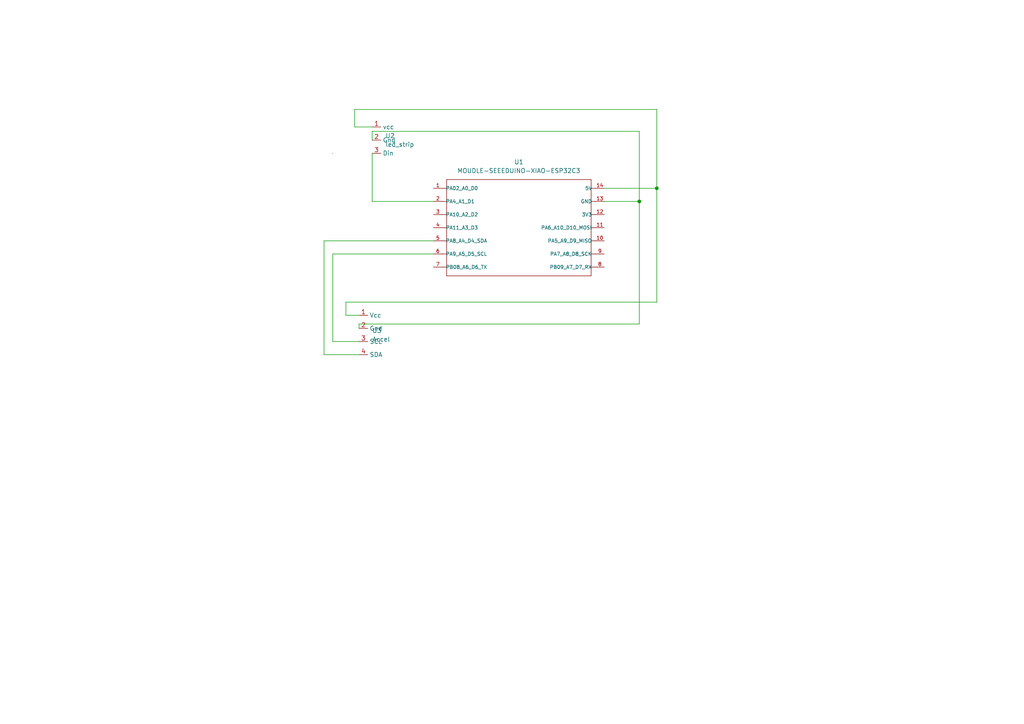
<source format=kicad_sch>
(kicad_sch (version 20211123) (generator eeschema)

  (uuid 1f799e29-c00b-4e2b-83aa-5eafd61f6ddc)

  (paper "A4")

  (lib_symbols
    (symbol "seeed esp32:Accel" (in_bom yes) (on_board yes)
      (property "Reference" "U3" (id 0) (at 10.16 4.4451 0)
        (effects (font (size 1.27 1.27)) (justify left))
      )
      (property "Value" "Accel" (id 1) (at 10.16 1.9051 0)
        (effects (font (size 1.27 1.27)) (justify left))
      )
      (property "Footprint" "Connector_JST:JST_EH_B4B-EH-A_1x04_P2.50mm_Vertical" (id 2) (at 0 0 0)
        (effects (font (size 1.27 1.27)) hide)
      )
      (property "Datasheet" "" (id 3) (at 0 0 0)
        (effects (font (size 1.27 1.27)) hide)
      )
      (symbol "Accel_1_1"
        (pin input line (at 6.35 8.89 0) (length 2.54)
          (name "Vcc" (effects (font (size 1.27 1.27))))
          (number "1" (effects (font (size 1.27 1.27))))
        )
        (pin input line (at 6.35 5.08 0) (length 2.54)
          (name "Gnd" (effects (font (size 1.27 1.27))))
          (number "2" (effects (font (size 1.27 1.27))))
        )
        (pin input line (at 6.35 1.27 0) (length 2.54)
          (name "SCL" (effects (font (size 1.27 1.27))))
          (number "3" (effects (font (size 1.27 1.27))))
        )
        (pin input line (at 6.35 -2.54 0) (length 2.54)
          (name "SDA" (effects (font (size 1.27 1.27))))
          (number "4" (effects (font (size 1.27 1.27))))
        )
      )
    )
    (symbol "seeed esp32:MOUDLE-SEEEDUINO-XIAO-ESP32C3" (pin_names (offset 1.016)) (in_bom yes) (on_board yes)
      (property "Reference" "U" (id 0) (at -21.59 15.24 0)
        (effects (font (size 1.27 1.27)) (justify left bottom))
      )
      (property "Value" "MOUDLE-SEEEDUINO-XIAO-ESP32C3" (id 1) (at -21.59 13.97 0)
        (effects (font (size 1.27 1.27)) (justify left bottom))
      )
      (property "Footprint" "MOUDLE14P-SMD-2.54-21X17.8MM" (id 2) (at 0 0 0)
        (effects (font (size 1.27 1.27)) (justify bottom) hide)
      )
      (property "Datasheet" "" (id 3) (at 0 0 0)
        (effects (font (size 1.27 1.27)) hide)
      )
      (symbol "MOUDLE-SEEEDUINO-XIAO-ESP32C3_0_0"
        (polyline
          (pts
            (xy -21.59 -13.97)
            (xy -21.59 0)
          )
          (stroke (width 0.1524) (type default) (color 0 0 0 0))
          (fill (type none))
        )
        (polyline
          (pts
            (xy -21.59 -11.43)
            (xy -22.86 -11.43)
          )
          (stroke (width 0.1524) (type default) (color 0 0 0 0))
          (fill (type none))
        )
        (polyline
          (pts
            (xy -21.59 -7.62)
            (xy -22.86 -7.62)
          )
          (stroke (width 0.1524) (type default) (color 0 0 0 0))
          (fill (type none))
        )
        (polyline
          (pts
            (xy -21.59 -3.81)
            (xy -22.86 -3.81)
          )
          (stroke (width 0.1524) (type default) (color 0 0 0 0))
          (fill (type none))
        )
        (polyline
          (pts
            (xy -21.59 0)
            (xy -22.86 0)
          )
          (stroke (width 0.1524) (type default) (color 0 0 0 0))
          (fill (type none))
        )
        (polyline
          (pts
            (xy -21.59 0)
            (xy -21.59 3.81)
          )
          (stroke (width 0.1524) (type default) (color 0 0 0 0))
          (fill (type none))
        )
        (polyline
          (pts
            (xy -21.59 3.81)
            (xy -22.86 3.81)
          )
          (stroke (width 0.1524) (type default) (color 0 0 0 0))
          (fill (type none))
        )
        (polyline
          (pts
            (xy -21.59 3.81)
            (xy -21.59 7.62)
          )
          (stroke (width 0.1524) (type default) (color 0 0 0 0))
          (fill (type none))
        )
        (polyline
          (pts
            (xy -21.59 7.62)
            (xy -22.86 7.62)
          )
          (stroke (width 0.1524) (type default) (color 0 0 0 0))
          (fill (type none))
        )
        (polyline
          (pts
            (xy -21.59 7.62)
            (xy -21.59 11.43)
          )
          (stroke (width 0.1524) (type default) (color 0 0 0 0))
          (fill (type none))
        )
        (polyline
          (pts
            (xy -21.59 11.43)
            (xy -22.86 11.43)
          )
          (stroke (width 0.1524) (type default) (color 0 0 0 0))
          (fill (type none))
        )
        (polyline
          (pts
            (xy -21.59 11.43)
            (xy -21.59 13.97)
          )
          (stroke (width 0.1524) (type default) (color 0 0 0 0))
          (fill (type none))
        )
        (polyline
          (pts
            (xy -21.59 13.97)
            (xy 20.32 13.97)
          )
          (stroke (width 0.1524) (type default) (color 0 0 0 0))
          (fill (type none))
        )
        (polyline
          (pts
            (xy 20.32 -13.97)
            (xy -21.59 -13.97)
          )
          (stroke (width 0.1524) (type default) (color 0 0 0 0))
          (fill (type none))
        )
        (polyline
          (pts
            (xy 20.32 3.81)
            (xy 20.32 -13.97)
          )
          (stroke (width 0.1524) (type default) (color 0 0 0 0))
          (fill (type none))
        )
        (polyline
          (pts
            (xy 20.32 7.62)
            (xy 20.32 3.81)
          )
          (stroke (width 0.1524) (type default) (color 0 0 0 0))
          (fill (type none))
        )
        (polyline
          (pts
            (xy 20.32 11.43)
            (xy 20.32 7.62)
          )
          (stroke (width 0.1524) (type default) (color 0 0 0 0))
          (fill (type none))
        )
        (polyline
          (pts
            (xy 20.32 13.97)
            (xy 20.32 11.43)
          )
          (stroke (width 0.1524) (type default) (color 0 0 0 0))
          (fill (type none))
        )
        (polyline
          (pts
            (xy 21.59 -11.43)
            (xy 20.32 -11.43)
          )
          (stroke (width 0.1524) (type default) (color 0 0 0 0))
          (fill (type none))
        )
        (polyline
          (pts
            (xy 21.59 -7.62)
            (xy 20.32 -7.62)
          )
          (stroke (width 0.1524) (type default) (color 0 0 0 0))
          (fill (type none))
        )
        (polyline
          (pts
            (xy 21.59 -3.81)
            (xy 20.32 -3.81)
          )
          (stroke (width 0.1524) (type default) (color 0 0 0 0))
          (fill (type none))
        )
        (polyline
          (pts
            (xy 21.59 0)
            (xy 20.32 0)
          )
          (stroke (width 0.1524) (type default) (color 0 0 0 0))
          (fill (type none))
        )
        (polyline
          (pts
            (xy 21.59 3.81)
            (xy 20.32 3.81)
          )
          (stroke (width 0.1524) (type default) (color 0 0 0 0))
          (fill (type none))
        )
        (polyline
          (pts
            (xy 21.59 7.62)
            (xy 20.32 7.62)
          )
          (stroke (width 0.1524) (type default) (color 0 0 0 0))
          (fill (type none))
        )
        (polyline
          (pts
            (xy 21.59 11.43)
            (xy 20.32 11.43)
          )
          (stroke (width 0.1524) (type default) (color 0 0 0 0))
          (fill (type none))
        )
        (pin bidirectional line (at -25.4 11.43 0) (length 2.54)
          (name "PA02_A0_D0" (effects (font (size 1.016 1.016))))
          (number "1" (effects (font (size 1.016 1.016))))
        )
        (pin bidirectional line (at 24.13 -3.81 180) (length 2.54)
          (name "PA5_A9_D9_MISO" (effects (font (size 1.016 1.016))))
          (number "10" (effects (font (size 1.016 1.016))))
        )
        (pin bidirectional line (at 24.13 0 180) (length 2.54)
          (name "PA6_A10_D10_MOSI" (effects (font (size 1.016 1.016))))
          (number "11" (effects (font (size 1.016 1.016))))
        )
        (pin bidirectional line (at 24.13 3.81 180) (length 2.54)
          (name "3V3" (effects (font (size 1.016 1.016))))
          (number "12" (effects (font (size 1.016 1.016))))
        )
        (pin bidirectional line (at 24.13 7.62 180) (length 2.54)
          (name "GND" (effects (font (size 1.016 1.016))))
          (number "13" (effects (font (size 1.016 1.016))))
        )
        (pin bidirectional line (at 24.13 11.43 180) (length 2.54)
          (name "5V" (effects (font (size 1.016 1.016))))
          (number "14" (effects (font (size 1.016 1.016))))
        )
        (pin bidirectional line (at -25.4 7.62 0) (length 2.54)
          (name "PA4_A1_D1" (effects (font (size 1.016 1.016))))
          (number "2" (effects (font (size 1.016 1.016))))
        )
        (pin bidirectional line (at -25.4 3.81 0) (length 2.54)
          (name "PA10_A2_D2" (effects (font (size 1.016 1.016))))
          (number "3" (effects (font (size 1.016 1.016))))
        )
        (pin bidirectional line (at -25.4 0 0) (length 2.54)
          (name "PA11_A3_D3" (effects (font (size 1.016 1.016))))
          (number "4" (effects (font (size 1.016 1.016))))
        )
        (pin bidirectional line (at -25.4 -3.81 0) (length 2.54)
          (name "PA8_A4_D4_SDA" (effects (font (size 1.016 1.016))))
          (number "5" (effects (font (size 1.016 1.016))))
        )
        (pin bidirectional line (at -25.4 -7.62 0) (length 2.54)
          (name "PA9_A5_D5_SCL" (effects (font (size 1.016 1.016))))
          (number "6" (effects (font (size 1.016 1.016))))
        )
        (pin bidirectional line (at -25.4 -11.43 0) (length 2.54)
          (name "PB08_A6_D6_TX" (effects (font (size 1.016 1.016))))
          (number "7" (effects (font (size 1.016 1.016))))
        )
        (pin bidirectional line (at 24.13 -11.43 180) (length 2.54)
          (name "PB09_A7_D7_RX" (effects (font (size 1.016 1.016))))
          (number "8" (effects (font (size 1.016 1.016))))
        )
        (pin bidirectional line (at 24.13 -7.62 180) (length 2.54)
          (name "PA7_A8_D8_SCK" (effects (font (size 1.016 1.016))))
          (number "9" (effects (font (size 1.016 1.016))))
        )
      )
    )
    (symbol "seeed esp32:led_strip" (in_bom yes) (on_board yes)
      (property "Reference" "U2" (id 0) (at 13.97 3.8101 0)
        (effects (font (size 1.27 1.27)) (justify left))
      )
      (property "Value" "led_strip" (id 1) (at 13.97 1.2701 0)
        (effects (font (size 1.27 1.27)) (justify left))
      )
      (property "Footprint" "Connector_JST:JST_EH_B3B-EH-A_1x03_P2.50mm_Vertical" (id 2) (at 0 0 0)
        (effects (font (size 1.27 1.27)) hide)
      )
      (property "Datasheet" "" (id 3) (at 0 0 0)
        (effects (font (size 1.27 1.27)) hide)
      )
      (symbol "led_strip_0_1"
        (rectangle (start -1.27 -1.27) (end -1.27 -1.27)
          (stroke (width 0) (type default) (color 0 0 0 0))
          (fill (type none))
        )
        (rectangle (start -1.27 -1.27) (end -1.27 -1.27)
          (stroke (width 0) (type default) (color 0 0 0 0))
          (fill (type none))
        )
        (rectangle (start -1.27 -1.27) (end -1.27 -1.27)
          (stroke (width 0) (type default) (color 0 0 0 0))
          (fill (type none))
        )
      )
      (symbol "led_strip_1_1"
        (pin input line (at 10.16 6.35 0) (length 2.54)
          (name "vcc" (effects (font (size 1.27 1.27))))
          (number "1" (effects (font (size 1.27 1.27))))
        )
        (pin input line (at 10.16 2.54 0) (length 2.54)
          (name "Gnd" (effects (font (size 1.27 1.27))))
          (number "2" (effects (font (size 1.27 1.27))))
        )
        (pin input line (at 10.16 -1.27 0) (length 2.54)
          (name "Din" (effects (font (size 1.27 1.27))))
          (number "3" (effects (font (size 1.27 1.27))))
        )
      )
    )
  )

  (junction (at 190.5 54.61) (diameter 0) (color 0 0 0 0)
    (uuid 0be93251-2c1f-449a-8768-152312ff4981)
  )
  (junction (at 185.42 58.42) (diameter 0) (color 0 0 0 0)
    (uuid 996ab40a-3938-489d-9f69-945208032828)
  )

  (wire (pts (xy 190.5 54.61) (xy 175.26 54.61))
    (stroke (width 0) (type default) (color 0 0 0 0))
    (uuid 0717a39a-7e5d-4614-90d7-f1ccfacdc2fb)
  )
  (wire (pts (xy 96.52 73.66) (xy 96.52 99.06))
    (stroke (width 0) (type default) (color 0 0 0 0))
    (uuid 1e9cd9ce-41b2-4b80-9abe-eed684a0cb6a)
  )
  (wire (pts (xy 185.42 38.1) (xy 185.42 58.42))
    (stroke (width 0) (type default) (color 0 0 0 0))
    (uuid 1fbd484a-64b5-43f4-85b8-afec0a32bc07)
  )
  (wire (pts (xy 104.14 91.44) (xy 100.33 91.44))
    (stroke (width 0) (type default) (color 0 0 0 0))
    (uuid 2a3ab4b1-6da0-471d-add5-fbd9f8d2331d)
  )
  (wire (pts (xy 107.95 36.83) (xy 102.87 36.83))
    (stroke (width 0) (type default) (color 0 0 0 0))
    (uuid 3c05b873-aa5d-4bd7-bcc7-8700c4b54e9f)
  )
  (wire (pts (xy 107.95 40.64) (xy 107.95 38.1))
    (stroke (width 0) (type default) (color 0 0 0 0))
    (uuid 484676c1-9342-475a-9455-3d90dcbd5f9d)
  )
  (wire (pts (xy 102.87 31.75) (xy 190.5 31.75))
    (stroke (width 0) (type default) (color 0 0 0 0))
    (uuid 513cd2d4-d848-4d7b-b60b-196de70c9bf5)
  )
  (wire (pts (xy 125.73 73.66) (xy 96.52 73.66))
    (stroke (width 0) (type default) (color 0 0 0 0))
    (uuid 5d0a3f65-4000-4dda-b6a4-31ca91dcfd02)
  )
  (wire (pts (xy 185.42 58.42) (xy 175.26 58.42))
    (stroke (width 0) (type default) (color 0 0 0 0))
    (uuid 5f2d4e90-ecef-48aa-a9a8-350a6aae6e3c)
  )
  (wire (pts (xy 190.5 87.63) (xy 190.5 54.61))
    (stroke (width 0) (type default) (color 0 0 0 0))
    (uuid 66039da2-31f2-406c-8972-933aec4cb29e)
  )
  (wire (pts (xy 190.5 31.75) (xy 190.5 54.61))
    (stroke (width 0) (type default) (color 0 0 0 0))
    (uuid 6f6639e4-12db-49c5-b013-922dcdb8720f)
  )
  (wire (pts (xy 102.87 36.83) (xy 102.87 31.75))
    (stroke (width 0) (type default) (color 0 0 0 0))
    (uuid 73d69ac3-c0d2-4e3d-a7f1-bb275b42c715)
  )
  (wire (pts (xy 185.42 93.98) (xy 185.42 58.42))
    (stroke (width 0) (type default) (color 0 0 0 0))
    (uuid 7ac974b3-0e9a-4933-8a6c-df7eec375efe)
  )
  (wire (pts (xy 104.14 93.98) (xy 185.42 93.98))
    (stroke (width 0) (type default) (color 0 0 0 0))
    (uuid 80068bc5-79f2-463c-b739-888472742756)
  )
  (wire (pts (xy 107.95 38.1) (xy 185.42 38.1))
    (stroke (width 0) (type default) (color 0 0 0 0))
    (uuid a88f0e7c-7131-414f-b3d0-6e933bb23045)
  )
  (wire (pts (xy 104.14 102.87) (xy 93.98 102.87))
    (stroke (width 0) (type default) (color 0 0 0 0))
    (uuid b29d6a6b-ae00-4072-9511-d525cc2b8beb)
  )
  (wire (pts (xy 107.95 58.42) (xy 125.73 58.42))
    (stroke (width 0) (type default) (color 0 0 0 0))
    (uuid be9fcc57-fa4f-473d-b775-96faf77337f2)
  )
  (wire (pts (xy 93.98 102.87) (xy 93.98 69.85))
    (stroke (width 0) (type default) (color 0 0 0 0))
    (uuid cf631342-f558-4cbb-80e1-c54d2915e05a)
  )
  (wire (pts (xy 104.14 95.25) (xy 104.14 93.98))
    (stroke (width 0) (type default) (color 0 0 0 0))
    (uuid d1f578a4-e4c8-4abe-a7e3-1c184a4e9a39)
  )
  (wire (pts (xy 100.33 91.44) (xy 100.33 87.63))
    (stroke (width 0) (type default) (color 0 0 0 0))
    (uuid d74742c9-0c77-4f7f-b11f-841c72b5abc7)
  )
  (wire (pts (xy 100.33 87.63) (xy 190.5 87.63))
    (stroke (width 0) (type default) (color 0 0 0 0))
    (uuid ec5ecb8c-b6b4-4486-a837-458fcbc34f86)
  )
  (wire (pts (xy 107.95 44.45) (xy 107.95 58.42))
    (stroke (width 0) (type default) (color 0 0 0 0))
    (uuid ee859745-976f-4a72-a488-84daf149a1a2)
  )
  (wire (pts (xy 96.52 99.06) (xy 104.14 99.06))
    (stroke (width 0) (type default) (color 0 0 0 0))
    (uuid f60543aa-3c47-4ef2-b671-c42975b29fb5)
  )
  (wire (pts (xy 93.98 69.85) (xy 125.73 69.85))
    (stroke (width 0) (type default) (color 0 0 0 0))
    (uuid fe63eaa7-443f-4582-ac5d-01975b67c7c6)
  )

  (symbol (lib_id "seeed esp32:Accel") (at 97.79 100.33 0) (unit 1)
    (in_bom yes) (on_board yes) (fields_autoplaced)
    (uuid 8770d9e2-4450-4893-90c1-512b4feb3edf)
    (property "Reference" "U3" (id 0) (at 107.95 95.8849 0)
      (effects (font (size 1.27 1.27)) (justify left))
    )
    (property "Value" "Accel" (id 1) (at 107.95 98.4249 0)
      (effects (font (size 1.27 1.27)) (justify left))
    )
    (property "Footprint" "Connector_JST:JST_EH_B4B-EH-A_1x04_P2.50mm_Vertical" (id 2) (at 97.79 100.33 0)
      (effects (font (size 1.27 1.27)) hide)
    )
    (property "Datasheet" "" (id 3) (at 97.79 100.33 0)
      (effects (font (size 1.27 1.27)) hide)
    )
    (pin "2" (uuid ebcaa151-b886-4954-b19a-ce088210fe58))
    (pin "3" (uuid 3e11299f-f86c-4d9e-aee3-c205320da511))
    (pin "4" (uuid 5e2294ab-6949-4099-9f0d-0eb4cf935c91))
    (pin "1" (uuid 1709106a-9aee-4363-9534-54375cf3fba5))
  )

  (symbol (lib_id "seeed esp32:led_strip") (at 97.79 43.18 0) (unit 1)
    (in_bom yes) (on_board yes) (fields_autoplaced)
    (uuid 9bd7c18a-7a1c-447e-b541-99049998fccd)
    (property "Reference" "U2" (id 0) (at 111.76 39.3699 0)
      (effects (font (size 1.27 1.27)) (justify left))
    )
    (property "Value" "led_strip" (id 1) (at 111.76 41.9099 0)
      (effects (font (size 1.27 1.27)) (justify left))
    )
    (property "Footprint" "Connector_JST:JST_EH_B3B-EH-A_1x03_P2.50mm_Vertical" (id 2) (at 97.79 43.18 0)
      (effects (font (size 1.27 1.27)) hide)
    )
    (property "Datasheet" "" (id 3) (at 97.79 43.18 0)
      (effects (font (size 1.27 1.27)) hide)
    )
    (pin "3" (uuid 761ebfe0-4404-4385-9a5b-5cef808592a3))
    (pin "2" (uuid cc85241d-5d18-47d7-aac3-d13e92862a32))
    (pin "1" (uuid ed44c44e-1a0e-4e5d-bc9a-a28e450fe0ef))
  )

  (symbol (lib_id "seeed esp32:MOUDLE-SEEEDUINO-XIAO-ESP32C3") (at 151.13 66.04 0) (unit 1)
    (in_bom yes) (on_board yes) (fields_autoplaced)
    (uuid f0415559-9ca3-4eaa-9401-3cc03e864914)
    (property "Reference" "U1" (id 0) (at 150.495 46.99 0))
    (property "Value" "MOUDLE-SEEEDUINO-XIAO-ESP32C3" (id 1) (at 150.495 49.53 0))
    (property "Footprint" "seeed:MOUDLE14P-SMD-2.54-21X17.8MM" (id 2) (at 151.13 66.04 0)
      (effects (font (size 1.27 1.27)) (justify bottom) hide)
    )
    (property "Datasheet" "" (id 3) (at 151.13 66.04 0)
      (effects (font (size 1.27 1.27)) hide)
    )
    (pin "1" (uuid a55235ab-c611-4dcb-bf25-9173285477a1))
    (pin "10" (uuid a5175d3a-0b40-41f4-a37f-194b1ae3af06))
    (pin "11" (uuid 2cacfb3d-cb7e-4c62-b310-320e9d526869))
    (pin "12" (uuid cbb6bfd3-0b26-4975-971f-9edaa1412bc0))
    (pin "13" (uuid 90e242e2-b9af-4b14-a78e-b6daf0499ae9))
    (pin "14" (uuid 259cd9bb-a1b0-4a41-861a-d3eefb34f80f))
    (pin "2" (uuid 7515f55c-cf14-4356-923e-0ea2cdb2dece))
    (pin "3" (uuid 0137ab92-84ce-4886-a8de-55f26086246a))
    (pin "4" (uuid 0d3722e6-9e31-48f6-a14a-f723d2b7be5c))
    (pin "5" (uuid 92e7a192-c50d-4c41-aabe-368b6a80d0f2))
    (pin "6" (uuid 12d52efa-ec9b-4f87-80e1-5b6fc81c8f87))
    (pin "7" (uuid 2c6a0c12-1d24-4efd-b288-4bd55267a653))
    (pin "8" (uuid b92e67ad-2b28-438e-9d39-b262e5e0d962))
    (pin "9" (uuid 8b592fa5-da43-42d3-b2e0-0275219b4f99))
  )

  (sheet_instances
    (path "/" (page "1"))
  )

  (symbol_instances
    (path "/f0415559-9ca3-4eaa-9401-3cc03e864914"
      (reference "U1") (unit 1) (value "MOUDLE-SEEEDUINO-XIAO-ESP32C3") (footprint "seeed:MOUDLE14P-SMD-2.54-21X17.8MM")
    )
    (path "/9bd7c18a-7a1c-447e-b541-99049998fccd"
      (reference "U2") (unit 1) (value "led_strip") (footprint "Connector_JST:JST_EH_B3B-EH-A_1x03_P2.50mm_Vertical")
    )
    (path "/8770d9e2-4450-4893-90c1-512b4feb3edf"
      (reference "U3") (unit 1) (value "Accel") (footprint "Connector_JST:JST_EH_B4B-EH-A_1x04_P2.50mm_Vertical")
    )
  )
)

</source>
